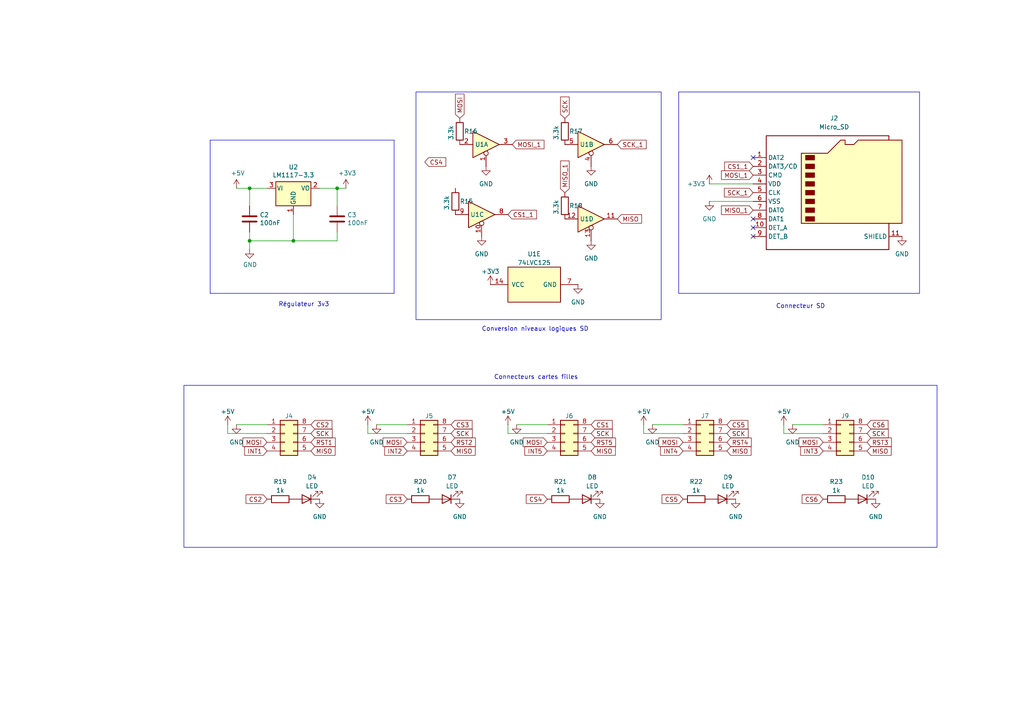
<source format=kicad_sch>
(kicad_sch (version 20231120) (generator "eeschema") (generator_version "8.0")
  (paper "A4")
  (title_block (title "PicoMother") (date "2024-10-24") (rev "0.1") (company "Bonningre Louis") (comment 1 "Lecomte Antoine"))
  (lib_symbols
    (symbol "74xx:74LVC125" (pin_names (offset 1.016))
      (property "Reference" "U" (at 0 1.27 0))
      (property "Value" "74LVC125" (at 0 -1.27 0))
      (symbol "74LVC125_1_0"
        (polyline (pts (xy -3.81 3.81) (xy -3.81 -3.81) (xy 3.81 0) (xy -3.81 3.81)) (stroke (width 0.254)) (fill (type background)))
        (pin input inverted (at 0 -6.35 90) (length 4.445) (name "~") (number "1"))
        (pin input line (at -7.62 0 0) (length 3.81) (name "~") (number "2"))
        (pin tri_state line (at 7.62 0 180) (length 3.81) (name "~") (number "3"))
      )
      (symbol "74LVC125_2_0"
        (polyline (pts (xy -3.81 3.81) (xy -3.81 -3.81) (xy 3.81 0) (xy -3.81 3.81)) (stroke (width 0.254)) (fill (type background)))
        (pin input inverted (at 0 -6.35 90) (length 4.445) (name "~") (number "4"))
        (pin input line (at -7.62 0 0) (length 3.81) (name "~") (number "5"))
        (pin tri_state line (at 7.62 0 180) (length 3.81) (name "~") (number "6"))
      )
      (symbol "74LVC125_3_0"
        (polyline (pts (xy -3.81 3.81) (xy -3.81 -3.81) (xy 3.81 0) (xy -3.81 3.81)) (stroke (width 0.254)) (fill (type background)))
        (pin input inverted (at 0 -6.35 90) (length 4.445) (name "~") (number "10"))
        (pin tri_state line (at 7.62 0 180) (length 3.81) (name "~") (number "8"))
        (pin input line (at -7.62 0 0) (length 3.81) (name "~") (number "9"))
      )
      (symbol "74LVC125_4_0"
        (polyline (pts (xy -3.81 3.81) (xy -3.81 -3.81) (xy 3.81 0) (xy -3.81 3.81)) (stroke (width 0.254)) (fill (type background)))
        (pin tri_state line (at 7.62 0 180) (length 3.81) (name "~") (number "11"))
        (pin input line (at -7.62 0 0) (length 3.81) (name "~") (number "12"))
        (pin input inverted (at 0 -6.35 90) (length 4.445) (name "~") (number "13"))
      )
      (symbol "74LVC125_5_0"
        (pin power_in line (at 0 12.7 270) (length 5.08) (name "VCC") (number "14"))
        (pin power_in line (at 0 -12.7 90) (length 5.08) (name "GND") (number "7"))
      )
      (symbol "74LVC125_5_1"
        (rectangle (start -5.08 7.62) (end 5.08 -7.62) (stroke (width 0.254)) (fill (type background)))
      )
    )
    (symbol "Connector:Micro_SD_Card_Det2"
      (property "Reference" "J" (at -16.51 17.78 0))
      (property "Value" "Micro_SD_Card_Det2" (at 16.51 17.78 0))
      (symbol "Micro_SD_Card_Det2_0_1"
        (rectangle (start -7.62 -6.985) (end -5.08 -8.255) (stroke (width 0.254)) (fill (type outline)))
        (rectangle (start -7.62 -4.445) (end -5.08 -5.715) (stroke (width 0.254)) (fill (type outline)))
        (rectangle (start -7.62 -1.905) (end -5.08 -3.175) (stroke (width 0.254)) (fill (type outline)))
        (rectangle (start -7.62 0.635) (end -5.08 -0.635) (stroke (width 0.254)) (fill (type outline)))
        (rectangle (start -7.62 3.175) (end -5.08 1.905) (stroke (width 0.254)) (fill (type outline)))
        (rectangle (start -7.62 5.715) (end -5.08 4.445) (stroke (width 0.254)) (fill (type outline)))
        (rectangle (start -7.62 8.255) (end -5.08 6.985) (stroke (width 0.254)) (fill (type outline)))
        (rectangle (start -7.62 10.795) (end -5.08 9.525) (stroke (width 0.254)) (fill (type outline)))
        (polyline (pts (xy 16.51 15.24) (xy 16.51 16.51) (xy -19.05 16.51) (xy -19.05 -16.51) (xy 16.51 -16.51) (xy 16.51 -8.89)) (stroke (width 0.254)))
        (polyline (pts (xy -8.89 -8.89) (xy -8.89 11.43) (xy -1.27 11.43) (xy 2.54 15.24) (xy 3.81 15.24) (xy 3.81 13.97) (xy 6.35 13.97) (xy 7.62 15.24) (xy 20.32 15.24) (xy 20.32 -8.89) (xy -8.89 -8.89)) (stroke (width 0.254)) (fill (type background)))
      )
      (symbol "Micro_SD_Card_Det2_1_1"
        (pin bidirectional line (at -22.86 10.16 0) (length 3.81) (name "DAT2") (number "1"))
        (pin passive line (at -22.86 -10.16 0) (length 3.81) (name "DET_A") (number "10"))
        (pin passive line (at 20.32 -12.7 180) (length 3.81) (name "SHIELD") (number "11"))
        (pin bidirectional line (at -22.86 7.62 0) (length 3.81) (name "DAT3/CD") (number "2"))
        (pin input line (at -22.86 5.08 0) (length 3.81) (name "CMD") (number "3"))
        (pin power_in line (at -22.86 2.54 0) (length 3.81) (name "VDD") (number "4"))
        (pin input line (at -22.86 0 0) (length 3.81) (name "CLK") (number "5"))
        (pin power_in line (at -22.86 -2.54 0) (length 3.81) (name "VSS") (number "6"))
        (pin bidirectional line (at -22.86 -5.08 0) (length 3.81) (name "DAT0") (number "7"))
        (pin bidirectional line (at -22.86 -7.62 0) (length 3.81) (name "DAT1") (number "8"))
        (pin passive line (at -22.86 -12.7 0) (length 3.81) (name "DET_B") (number "9"))
      )
    )
    (symbol "Connector_Generic:Conn_02x04_Counter_Clockwise" (pin_names (offset 1.016) hide)
      (property "Reference" "J" (at 1.27 5.08 0))
      (property "Value" "Conn_02x04_Counter_Clockwise" (at 1.27 -7.62 0))
      (symbol "Conn_02x04_Counter_Clockwise_1_1"
        (rectangle (start -1.27 -4.953) (end 0 -5.207) (stroke (width 0.1524)))
        (rectangle (start -1.27 -2.413) (end 0 -2.667) (stroke (width 0.1524)))
        (rectangle (start -1.27 0.127) (end 0 -0.127) (stroke (width 0.1524)))
        (rectangle (start -1.27 2.667) (end 0 2.413) (stroke (width 0.1524)))
        (rectangle (start -1.27 3.81) (end 3.81 -6.35) (stroke (width 0.254)) (fill (type background)))
        (rectangle (start 3.81 -4.953) (end 2.54 -5.207) (stroke (width 0.1524)))
        (rectangle (start 3.81 -2.413) (end 2.54 -2.667) (stroke (width 0.1524)))
        (rectangle (start 3.81 0.127) (end 2.54 -0.127) (stroke (width 0.1524)))
        (rectangle (start 3.81 2.667) (end 2.54 2.413) (stroke (width 0.1524)))
        (pin passive line (at -5.08 2.54 0) (length 3.81) (name "Pin_1") (number "1"))
        (pin passive line (at -5.08 0 0) (length 3.81) (name "Pin_2") (number "2"))
        (pin passive line (at -5.08 -2.54 0) (length 3.81) (name "Pin_3") (number "3"))
        (pin passive line (at -5.08 -5.08 0) (length 3.81) (name "Pin_4") (number "4"))
        (pin passive line (at 7.62 -5.08 180) (length 3.81) (name "Pin_5") (number "5"))
        (pin passive line (at 7.62 -2.54 180) (length 3.81) (name "Pin_6") (number "6"))
        (pin passive line (at 7.62 0 180) (length 3.81) (name "Pin_7") (number "7"))
        (pin passive line (at 7.62 2.54 180) (length 3.81) (name "Pin_8") (number "8"))
      )
    )
    (symbol "Device:C" (pin_numbers hide) (pin_names (offset 0.254))
      (property "Reference" "C" (at 0.635 2.54 0))
      (property "Value" "C" (at 0.635 -2.54 0))
      (symbol "C_0_1"
        (polyline (pts (xy -2.032 -0.762) (xy 2.032 -0.762)) (stroke (width 0.508)))
        (polyline (pts (xy -2.032 0.762) (xy 2.032 0.762)) (stroke (width 0.508)))
      )
      (symbol "C_1_1"
        (pin passive line (at 0 3.81 270) (length 2.794) (name "~") (number "1"))
        (pin passive line (at 0 -3.81 90) (length 2.794) (name "~") (number "2"))
      )
    )
    (symbol "Device:LED" (pin_numbers hide) (pin_names (offset 1.016) hide)
      (property "Reference" "D" (at 0 2.54 0))
      (property "Value" "LED" (at 0 -2.54 0))
      (symbol "LED_0_1"
        (polyline (pts (xy -1.27 -1.27) (xy -1.27 1.27)) (stroke (width 0.254)))
        (polyline (pts (xy -1.27 0) (xy 1.27 0)))
        (polyline (pts (xy 1.27 -1.27) (xy 1.27 1.27) (xy -1.27 0) (xy 1.27 -1.27)) (stroke (width 0.254)))
        (polyline (pts (xy -3.048 -0.762) (xy -4.572 -2.286) (xy -3.81 -2.286) (xy -4.572 -2.286) (xy -4.572 -1.524)))
        (polyline (pts (xy -1.778 -0.762) (xy -3.302 -2.286) (xy -2.54 -2.286) (xy -3.302 -2.286) (xy -3.302 -1.524)))
      )
      (symbol "LED_1_1"
        (pin passive line (at -3.81 0 0) (length 2.54) (name "K") (number "1"))
        (pin passive line (at 3.81 0 180) (length 2.54) (name "A") (number "2"))
      )
    )
    (symbol "Device:R" (pin_numbers hide) (pin_names (offset 0))
      (property "Reference" "R" (at 2.032 0 90))
      (property "Value" "R" (at 0 0 90))
      (symbol "R_0_1"
        (rectangle (start -1.016 -2.54) (end 1.016 2.54) (stroke (width 0.254)))
      )
      (symbol "R_1_1"
        (pin passive line (at 0 3.81 270) (length 1.27) (name "~") (number "1"))
        (pin passive line (at 0 -3.81 90) (length 1.27) (name "~") (number "2"))
      )
    )
    (symbol "Regulator_Linear:LM1117-3.3" (pin_names (offset 0.254))
      (property "Reference" "U" (at -3.81 3.175 0))
      (property "Value" "LM1117-3.3" (at 0 3.175 0))
      (symbol "LM1117-3.3_0_1"
        (rectangle (start -5.08 -5.08) (end 5.08 1.905) (stroke (width 0.254)) (fill (type background)))
      )
      (symbol "LM1117-3.3_1_1"
        (pin power_in line (at 0 -7.62 90) (length 2.54) (name "GND") (number "1"))
        (pin power_out line (at 7.62 0 180) (length 2.54) (name "VO") (number "2"))
        (pin power_in line (at -7.62 0 0) (length 2.54) (name "VI") (number "3"))
      )
    )
    (symbol "power:+3.3V" (power) (pin_numbers hide) (pin_names (offset 0) hide)
      (property "Value" "+3.3V" (at 0 3.556 0))
      (symbol "+3.3V_0_1"
        (polyline (pts (xy -0.762 1.27) (xy 0 2.54)))
        (polyline (pts (xy 0 0) (xy 0 2.54)))
        (polyline (pts (xy 0 2.54) (xy 0.762 1.27)))
      )
      (symbol "+3.3V_1_1"
        (pin power_in line (at 0 0 90) (length 0) (name "~") (number "1"))
      )
    )
    (symbol "power:+5V" (power) (pin_numbers hide) (pin_names (offset 0) hide)
      (property "Value" "+5V" (at 0 3.556 0))
      (symbol "+5V_0_1"
        (polyline (pts (xy -0.762 1.27) (xy 0 2.54)))
        (polyline (pts (xy 0 0) (xy 0 2.54)))
        (polyline (pts (xy 0 2.54) (xy 0.762 1.27)))
      )
      (symbol "+5V_1_1"
        (pin power_in line (at 0 0 90) (length 0) (name "~") (number "1"))
      )
    )
    (symbol "power:GND" (power) (pin_numbers hide) (pin_names (offset 0) hide)
      (property "Value" "GND" (at 0 -3.81 0))
      (symbol "GND_0_1"
        (polyline (pts (xy 0 0) (xy 0 -1.27) (xy 1.27 -1.27) (xy 0 -2.54) (xy -1.27 -1.27) (xy 0 -1.27)))
      )
      (symbol "GND_1_1"
        (pin power_in line (at 0 0 270) (length 0) (name "~") (number "1"))
      )
    )
  )
  (junction (at 85.09 69.85))
  (junction (at 72.39 54.61))
  (junction (at 97.79 54.61))
  (junction (at 72.39 69.85))
  (no_connect (at 218.44 45.72))
  (no_connect (at 218.44 66.04))
  (no_connect (at 218.44 63.5))
  (no_connect (at 218.44 68.58))
  (wire (pts (xy 97.79 69.85) (xy 97.79 67.31)))
  (wire (pts (xy 97.79 54.61) (xy 100.33 54.61)))
  (wire (pts (xy 198.12 125.73) (xy 186.69 125.73)))
  (wire (pts (xy 229.87 123.19) (xy 238.76 123.19)))
  (wire (pts (xy 77.47 54.61) (xy 72.39 54.61)))
  (polyline (pts (xy 60.96 85.09) (xy 114.3 85.09)))
  (wire (pts (xy 72.39 69.85) (xy 85.09 69.85)))
  (wire (pts (xy 97.79 59.69) (xy 97.79 54.61)))
  (wire (pts (xy 85.09 62.23) (xy 85.09 69.85)))
  (wire (pts (xy 205.74 58.42) (xy 218.44 58.42)))
  (wire (pts (xy 109.22 123.19) (xy 118.11 123.19)))
  (wire (pts (xy 106.68 125.73) (xy 106.68 123.19)))
  (polyline (pts (xy 60.96 40.64) (xy 60.96 85.09)))
  (wire (pts (xy 186.69 125.73) (xy 186.69 123.19)))
  (wire (pts (xy 147.32 125.73) (xy 147.32 123.19)))
  (wire (pts (xy 189.23 123.19) (xy 198.12 123.19)))
  (wire (pts (xy 118.11 125.73) (xy 106.68 125.73)))
  (wire (pts (xy 238.76 125.73) (xy 227.33 125.73)))
  (wire (pts (xy 92.71 54.61) (xy 97.79 54.61)))
  (wire (pts (xy 85.09 69.85) (xy 97.79 69.85)))
  (wire (pts (xy 149.86 123.19) (xy 158.75 123.19)))
  (wire (pts (xy 72.39 67.31) (xy 72.39 69.85)))
  (polyline (pts (xy 114.3 85.09) (xy 114.3 40.64)))
  (wire (pts (xy 72.39 54.61) (xy 68.58 54.61)))
  (wire (pts (xy 158.75 125.73) (xy 147.32 125.73)))
  (wire (pts (xy 227.33 125.73) (xy 227.33 123.19)))
  (wire (pts (xy 68.58 123.19) (xy 77.47 123.19)))
  (polyline (pts (xy 114.3 40.64) (xy 60.96 40.64)))
  (wire (pts (xy 72.39 72.39) (xy 72.39 69.85)))
  (wire (pts (xy 205.74 53.34) (xy 218.44 53.34)))
  (wire (pts (xy 77.47 125.73) (xy 66.04 125.73)))
  (wire (pts (xy 66.04 125.73) (xy 66.04 123.19)))
  (wire (pts (xy 72.39 59.69) (xy 72.39 54.61)))
  (rectangle (start 53.34 111.76) (end 271.78 158.75))
  (rectangle (start 120.65 26.67) (end 191.77 92.71))
  (rectangle (start 196.85 26.67) (end 266.7 85.09))
  (text "Régulateur 3v3\n" (at 88.138 88.392 0) (effects (font (size 1.27 1.27))))
  (text "Conversion niveaux logiques SD\n" (at 139.7 96.266 0) (effects (font (size 1.27 1.27)) (justify left bottom)))
  (text "Connecteur SD\n" (at 225.044 89.662 0) (effects (font (size 1.27 1.27)) (justify left bottom)))
  (text "Connecteurs cartes filles" (at 143.256 110.236 0) (effects (font (size 1.27 1.27)) (justify left bottom)))
  (global_label "CS4" (shape input) (at 123.19 46.99 0) (property "Intersheetrefs" "${INTERSHEET_REFS}" (effects (hide yes))))
  (global_label "CS3" (shape input) (at 130.81 123.19 0) (property "Intersheetrefs" "${INTERSHEET_REFS}" (effects (hide yes))))
  (global_label "MOSI" (shape input) (at 198.12 128.27 180) (property "Intersheetrefs" "${INTERSHEET_REFS}" (effects (hide yes))))
  (global_label "CS6" (shape input) (at 251.46 123.19 0) (property "Intersheetrefs" "${INTERSHEET_REFS}" (effects (hide yes))))
  (global_label "RST2" (shape input) (at 130.81 128.27 0) (property "Intersheetrefs" "${INTERSHEET_REFS}" (effects (hide yes))))
  (global_label "SCK" (shape input) (at 251.46 125.73 0) (property "Intersheetrefs" "${INTERSHEET_REFS}" (effects (hide yes))))
  (global_label "CS5" (shape input) (at 210.82 123.19 0) (property "Intersheetrefs" "${INTERSHEET_REFS}" (effects (hide yes))))
  (global_label "INT2" (shape input) (at 118.11 130.81 180) (property "Intersheetrefs" "${INTERSHEET_REFS}" (effects (hide yes))))
  (global_label "CS1" (shape input) (at 171.45 123.19 0) (property "Intersheetrefs" "${INTERSHEET_REFS}" (effects (hide yes))))
  (global_label "MOSI" (shape input) (at 77.47 128.27 180) (property "Intersheetrefs" "${INTERSHEET_REFS}" (effects (hide yes))))
  (global_label "RST3" (shape input) (at 251.46 128.27 0) (property "Intersheetrefs" "${INTERSHEET_REFS}" (effects (hide yes))))
  (global_label "INT1" (shape input) (at 77.47 130.81 180) (property "Intersheetrefs" "${INTERSHEET_REFS}" (effects (hide yes))))
  (global_label "SCK" (shape input) (at 210.82 125.73 0) (property "Intersheetrefs" "${INTERSHEET_REFS}" (effects (hide yes))))
  (global_label "MOSI_1" (shape input) (at 218.44 50.8 180) (property "Intersheetrefs" "${INTERSHEET_REFS}" (effects (hide yes))))
  (global_label "MISO_1" (shape input) (at 163.83 55.88 90) (property "Intersheetrefs" "${INTERSHEET_REFS}" (effects (hide yes))))
  (global_label "CS3" (shape input) (at 118.11 144.78 180) (property "Intersheetrefs" "${INTERSHEET_REFS}" (effects (hide yes))))
  (global_label "RST5" (shape input) (at 171.45 128.27 0) (property "Intersheetrefs" "${INTERSHEET_REFS}" (effects (hide yes))))
  (global_label "INT4" (shape input) (at 198.12 130.81 180) (property "Intersheetrefs" "${INTERSHEET_REFS}" (effects (hide yes))))
  (global_label "MISO" (shape input) (at 90.17 130.81 0) (property "Intersheetrefs" "${INTERSHEET_REFS}" (effects (hide yes))))
  (global_label "MISO" (shape input) (at 251.46 130.81 0) (property "Intersheetrefs" "${INTERSHEET_REFS}" (effects (hide yes))))
  (global_label "SCK" (shape input) (at 130.81 125.73 0) (property "Intersheetrefs" "${INTERSHEET_REFS}" (effects (hide yes))))
  (global_label "INT3" (shape input) (at 238.76 130.81 180) (property "Intersheetrefs" "${INTERSHEET_REFS}" (effects (hide yes))))
  (global_label "SCK" (shape input) (at 163.83 34.29 90) (property "Intersheetrefs" "${INTERSHEET_REFS}" (effects (hide yes))))
  (global_label "CS2" (shape input) (at 90.17 123.19 0) (property "Intersheetrefs" "${INTERSHEET_REFS}" (effects (hide yes))))
  (global_label "CS2" (shape input) (at 77.47 144.78 180) (property "Intersheetrefs" "${INTERSHEET_REFS}" (effects (hide yes))))
  (global_label "MOSI_1" (shape input) (at 148.59 41.91 0) (property "Intersheetrefs" "${INTERSHEET_REFS}" (effects (hide yes))))
  (global_label "MISO_1" (shape input) (at 218.44 60.96 180) (property "Intersheetrefs" "${INTERSHEET_REFS}" (effects (hide yes))))
  (global_label "CS1_1" (shape input) (at 218.44 48.26 180) (property "Intersheetrefs" "${INTERSHEET_REFS}" (effects (hide yes))))
  (global_label "CS5" (shape input) (at 198.12 144.78 180) (property "Intersheetrefs" "${INTERSHEET_REFS}" (effects (hide yes))))
  (global_label "RST1" (shape input) (at 90.17 128.27 0) (property "Intersheetrefs" "${INTERSHEET_REFS}" (effects (hide yes))))
  (global_label "INT5" (shape input) (at 158.75 130.81 180) (property "Intersheetrefs" "${INTERSHEET_REFS}" (effects (hide yes))))
  (global_label "MOSI" (shape input) (at 118.11 128.27 180) (property "Intersheetrefs" "${INTERSHEET_REFS}" (effects (hide yes))))
  (global_label "CS6" (shape input) (at 238.76 144.78 180) (property "Intersheetrefs" "${INTERSHEET_REFS}" (effects (hide yes))))
  (global_label "RST4" (shape input) (at 210.82 128.27 0) (property "Intersheetrefs" "${INTERSHEET_REFS}" (effects (hide yes))))
  (global_label "MOSI" (shape input) (at 158.75 128.27 180) (property "Intersheetrefs" "${INTERSHEET_REFS}" (effects (hide yes))))
  (global_label "MISO" (shape input) (at 210.82 130.81 0) (property "Intersheetrefs" "${INTERSHEET_REFS}" (effects (hide yes))))
  (global_label "SCK_1" (shape input) (at 218.44 55.88 180) (property "Intersheetrefs" "${INTERSHEET_REFS}" (effects (hide yes))))
  (global_label "MOSI" (shape input) (at 133.35 34.29 90) (property "Intersheetrefs" "${INTERSHEET_REFS}" (effects (hide yes))))
  (global_label "CS4" (shape input) (at 158.75 144.78 180) (property "Intersheetrefs" "${INTERSHEET_REFS}" (effects (hide yes))))
  (global_label "CS1_1" (shape input) (at 147.32 62.23 0) (property "Intersheetrefs" "${INTERSHEET_REFS}" (effects (hide yes))))
  (global_label "SCK" (shape input) (at 90.17 125.73 0) (property "Intersheetrefs" "${INTERSHEET_REFS}" (effects (hide yes))))
  (global_label "MOSI" (shape input) (at 238.76 128.27 180) (property "Intersheetrefs" "${INTERSHEET_REFS}" (effects (hide yes))))
  (global_label "MISO" (shape input) (at 130.81 130.81 0) (property "Intersheetrefs" "${INTERSHEET_REFS}" (effects (hide yes))))
  (global_label "SCK" (shape input) (at 171.45 125.73 0) (property "Intersheetrefs" "${INTERSHEET_REFS}" (effects (hide yes))))
  (global_label "MISO" (shape input) (at 171.45 130.81 0) (property "Intersheetrefs" "${INTERSHEET_REFS}" (effects (hide yes))))
  (global_label "SCK_1" (shape input) (at 179.07 41.91 0) (property "Intersheetrefs" "${INTERSHEET_REFS}" (effects (hide yes))))
  (global_label "MISO" (shape input) (at 179.07 63.5 0) (property "Intersheetrefs" "${INTERSHEET_REFS}" (effects (hide yes))))
  (symbol (lib_id "Connector_Generic:Conn_02x04_Counter_Clockwise") (at 123.19 125.73 0) (unit 1)
    (property "Reference" "J5" (at 124.46 120.65 0))
    (property "Value" "Conn_02x04_Counter_Clockwise" (effects (hide yes)))
    (property "Footprint" "Connector_IDC:IDC-Header_2x04_P2.54mm_Vertical" (effects (hide yes)))
  )
  (symbol (lib_id "power:+3.3V") (at 142.24 82.55 0) (unit 1)
    (property "Reference" "#PWR06" (effects (hide yes)))
    (property "Value" "+3V3" (at 142.24 78.74 0))
  )
  (symbol (lib_id "Device:LED") (at 170.18 144.78 180) (unit 1)
    (property "Reference" "D8" (at 171.7675 138.43 0))
    (property "Value" "LED" (at 171.7675 140.97 0))
    (property "Footprint" "LED_SMD:LED_0603_1608Metric_Pad1.05x0.95mm_HandSolder" (effects (hide yes)))
  )
  (symbol (lib_id "power:GND") (at 109.22 123.19 0) (unit 1)
    (property "Reference" "#PWR017" (effects (hide yes)))
    (property "Value" "GND" (at 109.22 128.27 0))
  )
  (symbol (lib_id "Device:R") (at 201.93 144.78 90) (unit 1)
    (property "Reference" "R22" (at 201.93 139.7 90))
    (property "Value" "1k" (at 201.93 142.24 90))
    (property "Footprint" "Resistor_SMD:R_0603_1608Metric_Pad0.98x0.95mm_HandSolder" (effects (hide yes)))
  )
  (symbol (lib_id "power:GND") (at 261.62 68.58 0) (unit 1)
    (property "Reference" "#PWR012" (effects (hide yes)))
    (property "Value" "GND" (at 261.62 73.66 0))
  )
  (symbol (lib_id "74xx:74LVC125") (at 140.97 41.91 0) (unit 1)
    (property "Reference" "U1" (at 139.7 41.91 0))
    (property "Value" "74LVC125" (effects (hide yes)))
    (property "Footprint" "Package_SO:SOIC-14_3.9x8.7mm_P1.27mm" (effects (hide yes)))
    (property "Datasheet" "http://www.ti.com/lit/gpn/sn74LVC125" (effects (hide yes)))
  )
  (symbol (lib_id "Device:LED") (at 209.55 144.78 180) (unit 1)
    (property "Reference" "D9" (at 211.1375 138.43 0))
    (property "Value" "LED" (at 211.1375 140.97 0))
    (property "Footprint" "LED_SMD:LED_0603_1608Metric_Pad1.05x0.95mm_HandSolder" (effects (hide yes)))
  )
  (symbol (lib_id "Device:R") (at 81.28 144.78 90) (unit 1)
    (property "Reference" "R19" (at 81.28 139.7 90))
    (property "Value" "1k" (at 81.28 142.24 90))
    (property "Footprint" "Resistor_SMD:R_0603_1608Metric_Pad0.98x0.95mm_HandSolder" (effects (hide yes)))
  )
  (symbol (lib_id "power:GND") (at 213.36 144.78 0) (unit 1)
    (property "Reference" "#PWR049" (effects (hide yes)))
    (property "Value" "GND" (at 213.36 149.86 0))
  )
  (symbol (lib_id "power:+3.3V") (at 100.33 54.61 0) (unit 1)
    (property "Reference" "#PWR035" (effects (hide yes)))
    (property "Value" "+3V3" (at 100.711 50.2158 0))
  )
  (symbol (lib_id "Device:LED") (at 129.54 144.78 180) (unit 1)
    (property "Reference" "D7" (at 131.1275 138.43 0))
    (property "Value" "LED" (at 131.1275 140.97 0))
    (property "Footprint" "LED_SMD:LED_0603_1608Metric_Pad1.05x0.95mm_HandSolder" (effects (hide yes)))
  )
  (symbol (lib_id "Device:R") (at 163.83 59.69 0) (unit 1)
    (property "Reference" "R18" (at 165.1 59.69 0) (effects (justify left)))
    (property "Value" "3.3k" (at 161.29 62.23 90) (effects (justify left)))
    (property "Footprint" "Resistor_SMD:R_0603_1608Metric_Pad0.98x0.95mm_HandSolder" (effects (hide yes)))
  )
  (symbol (lib_id "power:GND") (at 254 144.78 0) (unit 1)
    (property "Reference" "#PWR052" (effects (hide yes)))
    (property "Value" "GND" (at 254 149.86 0))
  )
  (symbol (lib_id "Connector:Micro_SD_Card_Det2") (at 241.3 55.88 0) (unit 1)
    (property "Reference" "J2" (at 241.935 34.29 0))
    (property "Value" "Micro_SD" (at 241.935 36.83 0))
    (property "Footprint" "Connector_Card:microSD_HC_Molex_104031-0811" (effects (hide yes)))
    (property "Datasheet" "https://www.hirose.com/en/product/document?clcode=&productname=&series=DM3&documenttype=Catalog&lang=en&documentid=D49662_en" (effects (hide yes)))
  )
  (symbol (lib_id "power:+5V") (at 106.68 123.19 0) (unit 1)
    (property "Reference" "#PWR016" (effects (hide yes)))
    (property "Value" "+5V" (at 106.68 119.38 0))
  )
  (symbol (lib_id "power:+5V") (at 68.58 54.61 0) (unit 1)
    (property "Reference" "#PWR030" (effects (hide yes)))
    (property "Value" "+5V" (at 68.961 50.2158 0))
  )
  (symbol (lib_id "Device:R") (at 163.83 38.1 0) (unit 1)
    (property "Reference" "R17" (at 165.1 38.1 0) (effects (justify left)))
    (property "Value" "3.3k" (at 161.29 40.64 90) (effects (justify left)))
    (property "Footprint" "Resistor_SMD:R_0603_1608Metric_Pad0.98x0.95mm_HandSolder" (effects (hide yes)))
  )
  (symbol (lib_id "Device:C") (at 72.39 63.5 0) (unit 1)
    (property "Reference" "C2" (at 75.311 62.3316 0) (effects (justify left)))
    (property "Value" "100nF" (at 75.311 64.643 0) (effects (justify left)))
    (property "Footprint" "Capacitor_SMD:C_0603_1608Metric_Pad1.08x0.95mm_HandSolder" (effects (hide yes)))
  )
  (symbol (lib_id "power:GND") (at 139.7 68.58 0) (unit 1)
    (property "Reference" "#PWR04" (effects (hide yes)))
    (property "Value" "GND" (at 139.7 73.66 0))
  )
  (symbol (lib_id "power:GND") (at 229.87 123.19 0) (unit 1)
    (property "Reference" "#PWR051" (effects (hide yes)))
    (property "Value" "GND" (at 229.87 128.27 0))
  )
  (symbol (lib_id "power:GND") (at 149.86 123.19 0) (unit 1)
    (property "Reference" "#PWR033" (effects (hide yes)))
    (property "Value" "GND" (at 149.86 128.27 0))
  )
  (symbol (lib_id "Connector_Generic:Conn_02x04_Counter_Clockwise") (at 243.84 125.73 0) (unit 1)
    (property "Reference" "J9" (at 245.11 120.65 0))
    (property "Value" "Conn_02x04_Counter_Clockwise" (effects (hide yes)))
    (property "Footprint" "Connector_IDC:IDC-Header_2x04_P2.54mm_Vertical" (effects (hide yes)))
  )
  (symbol (lib_id "power:GND") (at 140.97 48.26 0) (unit 1)
    (property "Reference" "#PWR05" (effects (hide yes)))
    (property "Value" "GND" (at 140.97 53.34 0))
  )
  (symbol (lib_id "Regulator_Linear:LM1117-3.3") (at 85.09 54.61 0) (unit 1)
    (property "Reference" "U2" (at 85.09 48.4632 0))
    (property "Value" "LM1117-3.3" (at 85.09 50.7746 0))
    (property "Footprint" "Package_TO_SOT_SMD:SOT-23" (effects (hide yes)))
    (property "Datasheet" "http://www.ti.com/lit/ds/symlink/lm1117.pdf" (effects (hide yes)))
  )
  (symbol (lib_id "power:GND") (at 189.23 123.19 0) (unit 1)
    (property "Reference" "#PWR048" (effects (hide yes)))
    (property "Value" "GND" (at 189.23 128.27 0))
  )
  (symbol (lib_id "Device:LED") (at 88.9 144.78 180) (unit 1)
    (property "Reference" "D4" (at 90.4875 138.43 0))
    (property "Value" "LED" (at 90.4875 140.97 0))
    (property "Footprint" "LED_SMD:LED_0603_1608Metric_Pad1.05x0.95mm_HandSolder" (effects (hide yes)))
  )
  (symbol (lib_id "Connector_Generic:Conn_02x04_Counter_Clockwise") (at 203.2 125.73 0) (unit 1)
    (property "Reference" "J7" (at 204.47 120.65 0))
    (property "Value" "Conn_02x04_Counter_Clockwise" (effects (hide yes)))
    (property "Footprint" "Connector_IDC:IDC-Header_2x04_P2.54mm_Vertical" (effects (hide yes)))
  )
  (symbol (lib_id "74xx:74LVC125") (at 171.45 41.91 0) (unit 2)
    (property "Reference" "U1" (at 170.18 41.91 0))
    (property "Value" "74LVC125" (effects (hide yes)))
    (property "Footprint" "Package_SO:SOIC-14_3.9x8.7mm_P1.27mm" (effects (hide yes)))
    (property "Datasheet" "http://www.ti.com/lit/gpn/sn74LVC125" (effects (hide yes)))
  )
  (symbol (lib_id "Connector_Generic:Conn_02x04_Counter_Clockwise") (at 82.55 125.73 0) (unit 1)
    (property "Reference" "J4" (at 83.82 120.65 0))
    (property "Value" "Conn_02x04_Counter_Clockwise" (effects (hide yes)))
    (property "Footprint" "Connector_IDC:IDC-Header_2x04_P2.54mm_Vertical" (effects (hide yes)))
  )
  (symbol (lib_id "power:GND") (at 72.39 72.39 0) (unit 1)
    (property "Reference" "#PWR034" (effects (hide yes)))
    (property "Value" "GND" (at 72.517 76.7842 0))
  )
  (symbol (lib_id "power:GND") (at 68.58 123.19 0) (unit 1)
    (property "Reference" "#PWR014" (effects (hide yes)))
    (property "Value" "GND" (at 68.58 128.27 0))
  )
  (symbol (lib_id "Device:LED") (at 250.19 144.78 180) (unit 1)
    (property "Reference" "D10" (at 251.7775 138.43 0))
    (property "Value" "LED" (at 251.7775 140.97 0))
    (property "Footprint" "LED_SMD:LED_0603_1608Metric_Pad1.05x0.95mm_HandSolder" (effects (hide yes)))
  )
  (symbol (lib_id "Device:R") (at 132.08 58.42 0) (unit 1)
    (property "Reference" "R15" (at 133.35 58.42 0) (effects (justify left)))
    (property "Value" "3.3k" (at 129.54 60.96 90) (effects (justify left)))
    (property "Footprint" "Resistor_SMD:R_0603_1608Metric_Pad0.98x0.95mm_HandSolder" (effects (hide yes)))
  )
  (symbol (lib_id "power:+5V") (at 66.04 123.19 0) (unit 1)
    (property "Reference" "#PWR013" (effects (hide yes)))
    (property "Value" "+5V" (at 66.04 119.38 0))
  )
  (symbol (lib_id "power:GND") (at 171.45 48.26 0) (unit 1)
    (property "Reference" "#PWR08" (effects (hide yes)))
    (property "Value" "GND" (at 171.45 53.34 0))
  )
  (symbol (lib_id "Device:C") (at 97.79 63.5 0) (unit 1)
    (property "Reference" "C3" (at 100.711 62.3316 0) (effects (justify left)))
    (property "Value" "100nF" (at 100.711 64.643 0) (effects (justify left)))
    (property "Footprint" "Capacitor_SMD:C_0603_1608Metric_Pad1.08x0.95mm_HandSolder" (effects (hide yes)))
  )
  (symbol (lib_id "power:GND") (at 171.45 69.85 0) (unit 1)
    (property "Reference" "#PWR09" (effects (hide yes)))
    (property "Value" "GND" (at 171.45 74.93 0))
  )
  (symbol (lib_id "power:+5V") (at 186.69 123.19 0) (unit 1)
    (property "Reference" "#PWR047" (effects (hide yes)))
    (property "Value" "+5V" (at 186.69 119.38 0))
  )
  (symbol (lib_id "Device:R") (at 133.35 38.1 0) (unit 1)
    (property "Reference" "R16" (at 134.62 38.1 0) (effects (justify left)))
    (property "Value" "3.3k" (at 130.81 40.64 90) (effects (justify left)))
    (property "Footprint" "Resistor_SMD:R_0603_1608Metric_Pad0.98x0.95mm_HandSolder" (effects (hide yes)))
  )
  (symbol (lib_id "74xx:74LVC125") (at 139.7 62.23 0) (unit 3)
    (property "Reference" "U1" (at 138.43 62.23 0))
    (property "Value" "74LVC125" (effects (hide yes)))
    (property "Footprint" "Package_SO:SOIC-14_3.9x8.7mm_P1.27mm" (effects (hide yes)))
    (property "Datasheet" "http://www.ti.com/lit/gpn/sn74LVC125" (effects (hide yes)))
  )
  (symbol (lib_id "Device:R") (at 242.57 144.78 90) (unit 1)
    (property "Reference" "R23" (at 242.57 139.7 90))
    (property "Value" "1k" (at 242.57 142.24 90))
    (property "Footprint" "Resistor_SMD:R_0603_1608Metric_Pad0.98x0.95mm_HandSolder" (effects (hide yes)))
  )
  (symbol (lib_id "power:+3.3V") (at 205.74 53.34 0) (unit 1)
    (property "Reference" "#PWR010" (effects (hide yes)))
    (property "Value" "+3V3" (at 201.93 53.34 0))
  )
  (symbol (lib_id "power:GND") (at 167.64 82.55 0) (unit 1)
    (property "Reference" "#PWR07" (effects (hide yes)))
    (property "Value" "GND" (at 167.64 87.63 0))
  )
  (symbol (lib_id "power:GND") (at 205.74 58.42 0) (unit 1)
    (property "Reference" "#PWR011" (effects (hide yes)))
    (property "Value" "GND" (at 205.74 63.5 0))
  )
  (symbol (lib_id "power:GND") (at 92.71 144.78 0) (unit 1)
    (property "Reference" "#PWR015" (effects (hide yes)))
    (property "Value" "GND" (at 92.71 149.86 0))
  )
  (symbol (lib_id "power:+5V") (at 227.33 123.19 0) (unit 1)
    (property "Reference" "#PWR050" (effects (hide yes)))
    (property "Value" "+5V" (at 227.33 119.38 0))
  )
  (symbol (lib_id "74xx:74LVC125") (at 171.45 63.5 0) (unit 4)
    (property "Reference" "U1" (at 170.18 63.5 0))
    (property "Value" "74LVC125" (effects (hide yes)))
    (property "Footprint" "Package_SO:SOIC-14_3.9x8.7mm_P1.27mm" (effects (hide yes)))
    (property "Datasheet" "http://www.ti.com/lit/gpn/sn74LVC125" (effects (hide yes)))
  )
  (symbol (lib_id "Device:R") (at 162.56 144.78 90) (unit 1)
    (property "Reference" "R21" (at 162.56 139.7 90))
    (property "Value" "1k" (at 162.56 142.24 90))
    (property "Footprint" "Resistor_SMD:R_0603_1608Metric_Pad0.98x0.95mm_HandSolder" (effects (hide yes)))
  )
  (symbol (lib_id "power:GND") (at 173.99 144.78 0) (unit 1)
    (property "Reference" "#PWR046" (effects (hide yes)))
    (property "Value" "GND" (at 173.99 149.86 0))
  )
  (symbol (lib_id "74xx:74LVC125") (at 154.94 82.55 90) (unit 5)
    (property "Reference" "U1" (at 154.94 73.66 90))
    (property "Value" "74LVC125" (at 154.94 76.2 90))
    (property "Footprint" "Package_SO:SOIC-14_3.9x8.7mm_P1.27mm" (effects (hide yes)))
    (property "Datasheet" "http://www.ti.com/lit/gpn/sn74LVC125" (effects (hide yes)))
  )
  (symbol (lib_id "Connector_Generic:Conn_02x04_Counter_Clockwise") (at 163.83 125.73 0) (unit 1)
    (property "Reference" "J6" (at 165.1 120.65 0))
    (property "Value" "Conn_02x04_Counter_Clockwise" (effects (hide yes)))
    (property "Footprint" "Connector_IDC:IDC-Header_2x04_P2.54mm_Vertical" (effects (hide yes)))
  )
  (symbol (lib_id "Device:R") (at 121.92 144.78 90) (unit 1)
    (property "Reference" "R20" (at 121.92 139.7 90))
    (property "Value" "1k" (at 121.92 142.24 90))
    (property "Footprint" "Resistor_SMD:R_0603_1608Metric_Pad0.98x0.95mm_HandSolder" (effects (hide yes)))
  )
  (symbol (lib_id "power:GND") (at 133.35 144.78 0) (unit 1)
    (property "Reference" "#PWR019" (effects (hide yes)))
    (property "Value" "GND" (at 133.35 149.86 0))
  )
  (symbol (lib_id "power:+5V") (at 147.32 123.19 0) (unit 1)
    (property "Reference" "#PWR020" (effects (hide yes)))
    (property "Value" "+5V" (at 147.32 119.38 0))
  )
)
</source>
